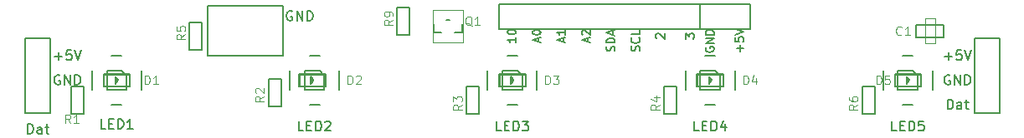
<source format=gto>
G04 #@! TF.GenerationSoftware,KiCad,Pcbnew,5.0.0-rc2-unknown-81af2db~65~ubuntu18.04.1*
G04 #@! TF.CreationDate,2018-05-29T11:42:29+02:00*
G04 #@! TF.ProjectId,universal_lights,756E6976657273616C5F6C6967687473,rev?*
G04 #@! TF.SameCoordinates,Original*
G04 #@! TF.FileFunction,Legend,Top*
G04 #@! TF.FilePolarity,Positive*
%FSLAX46Y46*%
G04 Gerber Fmt 4.6, Leading zero omitted, Abs format (unit mm)*
G04 Created by KiCad (PCBNEW 5.0.0-rc2-unknown-81af2db~65~ubuntu18.04.1) date Tue May 29 11:42:29 2018*
%MOMM*%
%LPD*%
G01*
G04 APERTURE LIST*
%ADD10C,0.200000*%
%ADD11C,0.066040*%
%ADD12C,0.127000*%
%ADD13C,0.100000*%
%ADD14C,0.101600*%
G04 APERTURE END LIST*
D10*
X77738095Y-136000000D02*
X77642857Y-135952380D01*
X77500000Y-135952380D01*
X77357142Y-136000000D01*
X77261904Y-136095238D01*
X77214285Y-136190476D01*
X77166666Y-136380952D01*
X77166666Y-136523809D01*
X77214285Y-136714285D01*
X77261904Y-136809523D01*
X77357142Y-136904761D01*
X77500000Y-136952380D01*
X77595238Y-136952380D01*
X77738095Y-136904761D01*
X77785714Y-136857142D01*
X77785714Y-136523809D01*
X77595238Y-136523809D01*
X78214285Y-136952380D02*
X78214285Y-135952380D01*
X78785714Y-136952380D01*
X78785714Y-135952380D01*
X79261904Y-136952380D02*
X79261904Y-135952380D01*
X79500000Y-135952380D01*
X79642857Y-136000000D01*
X79738095Y-136095238D01*
X79785714Y-136190476D01*
X79833333Y-136380952D01*
X79833333Y-136523809D01*
X79785714Y-136714285D01*
X79738095Y-136809523D01*
X79642857Y-136904761D01*
X79500000Y-136952380D01*
X79261904Y-136952380D01*
X119575000Y-139647619D02*
X119534523Y-139728571D01*
X119534523Y-139850000D01*
X119575000Y-139971428D01*
X119655952Y-140052380D01*
X119736904Y-140092857D01*
X119898809Y-140133333D01*
X120020238Y-140133333D01*
X120182142Y-140092857D01*
X120263095Y-140052380D01*
X120344047Y-139971428D01*
X120384523Y-139850000D01*
X120384523Y-139769047D01*
X120344047Y-139647619D01*
X120303571Y-139607142D01*
X120020238Y-139607142D01*
X120020238Y-139769047D01*
X120384523Y-139242857D02*
X119534523Y-139242857D01*
X120384523Y-138757142D01*
X119534523Y-138757142D01*
X120384523Y-138352380D02*
X119534523Y-138352380D01*
X119534523Y-138150000D01*
X119575000Y-138028571D01*
X119655952Y-137947619D01*
X119736904Y-137907142D01*
X119898809Y-137866666D01*
X120020238Y-137866666D01*
X120182142Y-137907142D01*
X120263095Y-137947619D01*
X120344047Y-138028571D01*
X120384523Y-138150000D01*
X120384523Y-138352380D01*
X123060714Y-140092857D02*
X123060714Y-139445238D01*
X123384523Y-139769047D02*
X122736904Y-139769047D01*
X122534523Y-138635714D02*
X122534523Y-139040476D01*
X122939285Y-139080952D01*
X122898809Y-139040476D01*
X122858333Y-138959523D01*
X122858333Y-138757142D01*
X122898809Y-138676190D01*
X122939285Y-138635714D01*
X123020238Y-138595238D01*
X123222619Y-138595238D01*
X123303571Y-138635714D01*
X123344047Y-138676190D01*
X123384523Y-138757142D01*
X123384523Y-138959523D01*
X123344047Y-139040476D01*
X123303571Y-139080952D01*
X122534523Y-138352380D02*
X123384523Y-138069047D01*
X122534523Y-137785714D01*
X143714285Y-140571428D02*
X144476190Y-140571428D01*
X144095238Y-140952380D02*
X144095238Y-140190476D01*
X145428571Y-139952380D02*
X144952380Y-139952380D01*
X144904761Y-140428571D01*
X144952380Y-140380952D01*
X145047619Y-140333333D01*
X145285714Y-140333333D01*
X145380952Y-140380952D01*
X145428571Y-140428571D01*
X145476190Y-140523809D01*
X145476190Y-140761904D01*
X145428571Y-140857142D01*
X145380952Y-140904761D01*
X145285714Y-140952380D01*
X145047619Y-140952380D01*
X144952380Y-140904761D01*
X144904761Y-140857142D01*
X145761904Y-139952380D02*
X146095238Y-140952380D01*
X146428571Y-139952380D01*
X117534523Y-138783333D02*
X117534523Y-138257142D01*
X117858333Y-138540476D01*
X117858333Y-138419047D01*
X117898809Y-138338095D01*
X117939285Y-138297619D01*
X118020238Y-138257142D01*
X118222619Y-138257142D01*
X118303571Y-138297619D01*
X118344047Y-138338095D01*
X118384523Y-138419047D01*
X118384523Y-138661904D01*
X118344047Y-138742857D01*
X118303571Y-138783333D01*
X114615476Y-138742857D02*
X114575000Y-138702380D01*
X114534523Y-138621428D01*
X114534523Y-138419047D01*
X114575000Y-138338095D01*
X114615476Y-138297619D01*
X114696428Y-138257142D01*
X114777380Y-138257142D01*
X114898809Y-138297619D01*
X115384523Y-138783333D01*
X115384523Y-138257142D01*
X112844047Y-140011904D02*
X112884523Y-139890476D01*
X112884523Y-139688095D01*
X112844047Y-139607142D01*
X112803571Y-139566666D01*
X112722619Y-139526190D01*
X112641666Y-139526190D01*
X112560714Y-139566666D01*
X112520238Y-139607142D01*
X112479761Y-139688095D01*
X112439285Y-139850000D01*
X112398809Y-139930952D01*
X112358333Y-139971428D01*
X112277380Y-140011904D01*
X112196428Y-140011904D01*
X112115476Y-139971428D01*
X112075000Y-139930952D01*
X112034523Y-139850000D01*
X112034523Y-139647619D01*
X112075000Y-139526190D01*
X112803571Y-138676190D02*
X112844047Y-138716666D01*
X112884523Y-138838095D01*
X112884523Y-138919047D01*
X112844047Y-139040476D01*
X112763095Y-139121428D01*
X112682142Y-139161904D01*
X112520238Y-139202380D01*
X112398809Y-139202380D01*
X112236904Y-139161904D01*
X112155952Y-139121428D01*
X112075000Y-139040476D01*
X112034523Y-138919047D01*
X112034523Y-138838095D01*
X112075000Y-138716666D01*
X112115476Y-138676190D01*
X112884523Y-137907142D02*
X112884523Y-138311904D01*
X112034523Y-138311904D01*
X110344047Y-140032142D02*
X110384523Y-139910714D01*
X110384523Y-139708333D01*
X110344047Y-139627380D01*
X110303571Y-139586904D01*
X110222619Y-139546428D01*
X110141666Y-139546428D01*
X110060714Y-139586904D01*
X110020238Y-139627380D01*
X109979761Y-139708333D01*
X109939285Y-139870238D01*
X109898809Y-139951190D01*
X109858333Y-139991666D01*
X109777380Y-140032142D01*
X109696428Y-140032142D01*
X109615476Y-139991666D01*
X109575000Y-139951190D01*
X109534523Y-139870238D01*
X109534523Y-139667857D01*
X109575000Y-139546428D01*
X110384523Y-139182142D02*
X109534523Y-139182142D01*
X109534523Y-138979761D01*
X109575000Y-138858333D01*
X109655952Y-138777380D01*
X109736904Y-138736904D01*
X109898809Y-138696428D01*
X110020238Y-138696428D01*
X110182142Y-138736904D01*
X110263095Y-138777380D01*
X110344047Y-138858333D01*
X110384523Y-138979761D01*
X110384523Y-139182142D01*
X110141666Y-138372619D02*
X110141666Y-137967857D01*
X110384523Y-138453571D02*
X109534523Y-138170238D01*
X110384523Y-137886904D01*
X107641666Y-139107142D02*
X107641666Y-138702380D01*
X107884523Y-139188095D02*
X107034523Y-138904761D01*
X107884523Y-138621428D01*
X107115476Y-138378571D02*
X107075000Y-138338095D01*
X107034523Y-138257142D01*
X107034523Y-138054761D01*
X107075000Y-137973809D01*
X107115476Y-137933333D01*
X107196428Y-137892857D01*
X107277380Y-137892857D01*
X107398809Y-137933333D01*
X107884523Y-138419047D01*
X107884523Y-137892857D01*
X105141666Y-139107142D02*
X105141666Y-138702380D01*
X105384523Y-139188095D02*
X104534523Y-138904761D01*
X105384523Y-138621428D01*
X105384523Y-137892857D02*
X105384523Y-138378571D01*
X105384523Y-138135714D02*
X104534523Y-138135714D01*
X104655952Y-138216666D01*
X104736904Y-138297619D01*
X104777380Y-138378571D01*
X102641666Y-139107142D02*
X102641666Y-138702380D01*
X102884523Y-139188095D02*
X102034523Y-138904761D01*
X102884523Y-138621428D01*
X102034523Y-138176190D02*
X102034523Y-138095238D01*
X102075000Y-138014285D01*
X102115476Y-137973809D01*
X102196428Y-137933333D01*
X102358333Y-137892857D01*
X102560714Y-137892857D01*
X102722619Y-137933333D01*
X102803571Y-137973809D01*
X102844047Y-138014285D01*
X102884523Y-138095238D01*
X102884523Y-138176190D01*
X102844047Y-138257142D01*
X102803571Y-138297619D01*
X102722619Y-138338095D01*
X102560714Y-138378571D01*
X102358333Y-138378571D01*
X102196428Y-138338095D01*
X102115476Y-138297619D01*
X102075000Y-138257142D01*
X102034523Y-138176190D01*
X100384523Y-138661904D02*
X100384523Y-139147619D01*
X100384523Y-138904761D02*
X99534523Y-138904761D01*
X99655952Y-138985714D01*
X99736904Y-139066666D01*
X99777380Y-139147619D01*
X99534523Y-138135714D02*
X99534523Y-138054761D01*
X99575000Y-137973809D01*
X99615476Y-137933333D01*
X99696428Y-137892857D01*
X99858333Y-137852380D01*
X100060714Y-137852380D01*
X100222619Y-137892857D01*
X100303571Y-137933333D01*
X100344047Y-137973809D01*
X100384523Y-138054761D01*
X100384523Y-138135714D01*
X100344047Y-138216666D01*
X100303571Y-138257142D01*
X100222619Y-138297619D01*
X100060714Y-138338095D01*
X99858333Y-138338095D01*
X99696428Y-138297619D01*
X99615476Y-138257142D01*
X99575000Y-138216666D01*
X99534523Y-138135714D01*
X51000000Y-148452380D02*
X51000000Y-147452380D01*
X51238095Y-147452380D01*
X51380952Y-147500000D01*
X51476190Y-147595238D01*
X51523809Y-147690476D01*
X51571428Y-147880952D01*
X51571428Y-148023809D01*
X51523809Y-148214285D01*
X51476190Y-148309523D01*
X51380952Y-148404761D01*
X51238095Y-148452380D01*
X51000000Y-148452380D01*
X52428571Y-148452380D02*
X52428571Y-147928571D01*
X52380952Y-147833333D01*
X52285714Y-147785714D01*
X52095238Y-147785714D01*
X52000000Y-147833333D01*
X52428571Y-148404761D02*
X52333333Y-148452380D01*
X52095238Y-148452380D01*
X52000000Y-148404761D01*
X51952380Y-148309523D01*
X51952380Y-148214285D01*
X52000000Y-148119047D01*
X52095238Y-148071428D01*
X52333333Y-148071428D01*
X52428571Y-148023809D01*
X52761904Y-147785714D02*
X53142857Y-147785714D01*
X52904761Y-147452380D02*
X52904761Y-148309523D01*
X52952380Y-148404761D01*
X53047619Y-148452380D01*
X53142857Y-148452380D01*
X54238095Y-142500000D02*
X54142857Y-142452380D01*
X54000000Y-142452380D01*
X53857142Y-142500000D01*
X53761904Y-142595238D01*
X53714285Y-142690476D01*
X53666666Y-142880952D01*
X53666666Y-143023809D01*
X53714285Y-143214285D01*
X53761904Y-143309523D01*
X53857142Y-143404761D01*
X54000000Y-143452380D01*
X54095238Y-143452380D01*
X54238095Y-143404761D01*
X54285714Y-143357142D01*
X54285714Y-143023809D01*
X54095238Y-143023809D01*
X54714285Y-143452380D02*
X54714285Y-142452380D01*
X55285714Y-143452380D01*
X55285714Y-142452380D01*
X55761904Y-143452380D02*
X55761904Y-142452380D01*
X56000000Y-142452380D01*
X56142857Y-142500000D01*
X56238095Y-142595238D01*
X56285714Y-142690476D01*
X56333333Y-142880952D01*
X56333333Y-143023809D01*
X56285714Y-143214285D01*
X56238095Y-143309523D01*
X56142857Y-143404761D01*
X56000000Y-143452380D01*
X55761904Y-143452380D01*
X53714285Y-140571428D02*
X54476190Y-140571428D01*
X54095238Y-140952380D02*
X54095238Y-140190476D01*
X55428571Y-139952380D02*
X54952380Y-139952380D01*
X54904761Y-140428571D01*
X54952380Y-140380952D01*
X55047619Y-140333333D01*
X55285714Y-140333333D01*
X55380952Y-140380952D01*
X55428571Y-140428571D01*
X55476190Y-140523809D01*
X55476190Y-140761904D01*
X55428571Y-140857142D01*
X55380952Y-140904761D01*
X55285714Y-140952380D01*
X55047619Y-140952380D01*
X54952380Y-140904761D01*
X54904761Y-140857142D01*
X55761904Y-139952380D02*
X56095238Y-140952380D01*
X56428571Y-139952380D01*
X144000000Y-145952380D02*
X144000000Y-144952380D01*
X144238095Y-144952380D01*
X144380952Y-145000000D01*
X144476190Y-145095238D01*
X144523809Y-145190476D01*
X144571428Y-145380952D01*
X144571428Y-145523809D01*
X144523809Y-145714285D01*
X144476190Y-145809523D01*
X144380952Y-145904761D01*
X144238095Y-145952380D01*
X144000000Y-145952380D01*
X145428571Y-145952380D02*
X145428571Y-145428571D01*
X145380952Y-145333333D01*
X145285714Y-145285714D01*
X145095238Y-145285714D01*
X145000000Y-145333333D01*
X145428571Y-145904761D02*
X145333333Y-145952380D01*
X145095238Y-145952380D01*
X145000000Y-145904761D01*
X144952380Y-145809523D01*
X144952380Y-145714285D01*
X145000000Y-145619047D01*
X145095238Y-145571428D01*
X145333333Y-145571428D01*
X145428571Y-145523809D01*
X145761904Y-145285714D02*
X146142857Y-145285714D01*
X145904761Y-144952380D02*
X145904761Y-145809523D01*
X145952380Y-145904761D01*
X146047619Y-145952380D01*
X146142857Y-145952380D01*
X144238095Y-142500000D02*
X144142857Y-142452380D01*
X144000000Y-142452380D01*
X143857142Y-142500000D01*
X143761904Y-142595238D01*
X143714285Y-142690476D01*
X143666666Y-142880952D01*
X143666666Y-143023809D01*
X143714285Y-143214285D01*
X143761904Y-143309523D01*
X143857142Y-143404761D01*
X144000000Y-143452380D01*
X144095238Y-143452380D01*
X144238095Y-143404761D01*
X144285714Y-143357142D01*
X144285714Y-143023809D01*
X144095238Y-143023809D01*
X144714285Y-143452380D02*
X144714285Y-142452380D01*
X145285714Y-143452380D01*
X145285714Y-142452380D01*
X145761904Y-143452380D02*
X145761904Y-142452380D01*
X146000000Y-142452380D01*
X146142857Y-142500000D01*
X146238095Y-142595238D01*
X146285714Y-142690476D01*
X146333333Y-142880952D01*
X146333333Y-143023809D01*
X146285714Y-143214285D01*
X146238095Y-143309523D01*
X146142857Y-143404761D01*
X146000000Y-143452380D01*
X145761904Y-143452380D01*
D11*
G04 #@! TO.C,Q1*
X95024000Y-135849000D02*
X91976000Y-135849000D01*
X91976000Y-135849000D02*
X91976000Y-139151000D01*
X95024000Y-139151000D02*
X91976000Y-139151000D01*
X95024000Y-135849000D02*
X95024000Y-139151000D01*
D12*
X93690500Y-136865000D02*
X93309500Y-136865000D01*
X92039500Y-137246000D02*
X92039500Y-138135000D01*
X92039500Y-138135000D02*
X92801500Y-138135000D01*
X94198500Y-138135000D02*
X94960500Y-138135000D01*
X94960500Y-138135000D02*
X94960500Y-137246000D01*
G04 #@! TO.C,R5*
X68635000Y-137103000D02*
X68635000Y-139897000D01*
X68635000Y-139897000D02*
X67365000Y-139897000D01*
X67365000Y-139897000D02*
X67365000Y-137103000D01*
X67365000Y-137103000D02*
X68635000Y-137103000D01*
D11*
G04 #@! TO.C,D1*
X58730000Y-143571500D02*
X61270000Y-143571500D01*
X61270000Y-143571500D02*
X61270000Y-142428500D01*
X58730000Y-142428500D02*
X61270000Y-142428500D01*
X58730000Y-143571500D02*
X58730000Y-142428500D01*
D12*
X58666500Y-142365000D02*
X61333500Y-142365000D01*
X61333500Y-142365000D02*
X61333500Y-143635000D01*
X61333500Y-143635000D02*
X58666500Y-143635000D01*
X58666500Y-143635000D02*
X58666500Y-142365000D01*
X59873000Y-142619000D02*
X59873000Y-143381000D01*
X59873000Y-143381000D02*
X60000000Y-143190500D01*
X60000000Y-143190500D02*
X60127000Y-143000000D01*
X60127000Y-143000000D02*
X60000000Y-142809500D01*
X60000000Y-142809500D02*
X59873000Y-142619000D01*
X59936500Y-142746000D02*
X59936500Y-143254000D01*
X60000000Y-142809500D02*
X60000000Y-143190500D01*
D11*
G04 #@! TO.C,D2*
X78492000Y-143571500D02*
X81032000Y-143571500D01*
X81032000Y-143571500D02*
X81032000Y-142428500D01*
X78492000Y-142428500D02*
X81032000Y-142428500D01*
X78492000Y-143571500D02*
X78492000Y-142428500D01*
D12*
X78428500Y-142365000D02*
X81095500Y-142365000D01*
X81095500Y-142365000D02*
X81095500Y-143635000D01*
X81095500Y-143635000D02*
X78428500Y-143635000D01*
X78428500Y-143635000D02*
X78428500Y-142365000D01*
X79635000Y-142619000D02*
X79635000Y-143381000D01*
X79635000Y-143381000D02*
X79762000Y-143190500D01*
X79762000Y-143190500D02*
X79889000Y-143000000D01*
X79889000Y-143000000D02*
X79762000Y-142809500D01*
X79762000Y-142809500D02*
X79635000Y-142619000D01*
X79698500Y-142746000D02*
X79698500Y-143254000D01*
X79762000Y-142809500D02*
X79762000Y-143190500D01*
D11*
G04 #@! TO.C,D3*
X98730000Y-143571500D02*
X101270000Y-143571500D01*
X101270000Y-143571500D02*
X101270000Y-142428500D01*
X98730000Y-142428500D02*
X101270000Y-142428500D01*
X98730000Y-143571500D02*
X98730000Y-142428500D01*
D12*
X98666500Y-142365000D02*
X101333500Y-142365000D01*
X101333500Y-142365000D02*
X101333500Y-143635000D01*
X101333500Y-143635000D02*
X98666500Y-143635000D01*
X98666500Y-143635000D02*
X98666500Y-142365000D01*
X99873000Y-142619000D02*
X99873000Y-143381000D01*
X99873000Y-143381000D02*
X100000000Y-143190500D01*
X100000000Y-143190500D02*
X100127000Y-143000000D01*
X100127000Y-143000000D02*
X100000000Y-142809500D01*
X100000000Y-142809500D02*
X99873000Y-142619000D01*
X99936500Y-142746000D02*
X99936500Y-143254000D01*
X100000000Y-142809500D02*
X100000000Y-143190500D01*
D11*
G04 #@! TO.C,D4*
X118730000Y-143571500D02*
X121270000Y-143571500D01*
X121270000Y-143571500D02*
X121270000Y-142428500D01*
X118730000Y-142428500D02*
X121270000Y-142428500D01*
X118730000Y-143571500D02*
X118730000Y-142428500D01*
D12*
X118666500Y-142365000D02*
X121333500Y-142365000D01*
X121333500Y-142365000D02*
X121333500Y-143635000D01*
X121333500Y-143635000D02*
X118666500Y-143635000D01*
X118666500Y-143635000D02*
X118666500Y-142365000D01*
X119873000Y-142619000D02*
X119873000Y-143381000D01*
X119873000Y-143381000D02*
X120000000Y-143190500D01*
X120000000Y-143190500D02*
X120127000Y-143000000D01*
X120127000Y-143000000D02*
X120000000Y-142809500D01*
X120000000Y-142809500D02*
X119873000Y-142619000D01*
X119936500Y-142746000D02*
X119936500Y-143254000D01*
X120000000Y-142809500D02*
X120000000Y-143190500D01*
D11*
G04 #@! TO.C,D5*
X138730000Y-143571500D02*
X141270000Y-143571500D01*
X141270000Y-143571500D02*
X141270000Y-142428500D01*
X138730000Y-142428500D02*
X141270000Y-142428500D01*
X138730000Y-143571500D02*
X138730000Y-142428500D01*
D12*
X138666500Y-142365000D02*
X141333500Y-142365000D01*
X141333500Y-142365000D02*
X141333500Y-143635000D01*
X141333500Y-143635000D02*
X138666500Y-143635000D01*
X138666500Y-143635000D02*
X138666500Y-142365000D01*
X139873000Y-142619000D02*
X139873000Y-143381000D01*
X139873000Y-143381000D02*
X140000000Y-143190500D01*
X140000000Y-143190500D02*
X140127000Y-143000000D01*
X140127000Y-143000000D02*
X140000000Y-142809500D01*
X140000000Y-142809500D02*
X139873000Y-142619000D01*
X139936500Y-142746000D02*
X139936500Y-143254000D01*
X140000000Y-142809500D02*
X140000000Y-143190500D01*
D11*
G04 #@! TO.C,J1*
X50730000Y-146310000D02*
X53270000Y-146310000D01*
X53270000Y-146310000D02*
X53270000Y-138690000D01*
X50730000Y-138690000D02*
X53270000Y-138690000D01*
X50730000Y-146310000D02*
X50730000Y-138690000D01*
D12*
X50730000Y-138690000D02*
X53270000Y-138690000D01*
X53270000Y-138690000D02*
X53270000Y-146310000D01*
X53270000Y-146310000D02*
X50730000Y-146310000D01*
X50730000Y-146310000D02*
X50730000Y-138690000D01*
D13*
X50730000Y-138690000D02*
X53270000Y-138690000D01*
X53270000Y-138690000D02*
X53270000Y-146310000D01*
X53270000Y-146310000D02*
X50730000Y-146310000D01*
X50730000Y-146310000D02*
X50730000Y-138690000D01*
D11*
G04 #@! TO.C,J2*
X146730000Y-146310000D02*
X149270000Y-146310000D01*
X149270000Y-146310000D02*
X149270000Y-138690000D01*
X146730000Y-138690000D02*
X149270000Y-138690000D01*
X146730000Y-146310000D02*
X146730000Y-138690000D01*
D12*
X146730000Y-138690000D02*
X149270000Y-138690000D01*
X149270000Y-138690000D02*
X149270000Y-146310000D01*
X149270000Y-146310000D02*
X146730000Y-146310000D01*
X146730000Y-146310000D02*
X146730000Y-138690000D01*
D13*
X146730000Y-138690000D02*
X149270000Y-138690000D01*
X149270000Y-138690000D02*
X149270000Y-146310000D01*
X149270000Y-146310000D02*
X146730000Y-146310000D01*
X146730000Y-146310000D02*
X146730000Y-138690000D01*
D11*
G04 #@! TO.C,J3*
X76810000Y-140540000D02*
X76810000Y-135460000D01*
X76810000Y-135460000D02*
X69190000Y-135460000D01*
X69190000Y-140540000D02*
X69190000Y-135460000D01*
X76810000Y-140540000D02*
X69190000Y-140540000D01*
D12*
X69190000Y-140540000D02*
X69190000Y-135460000D01*
X69190000Y-135460000D02*
X76810000Y-135460000D01*
X76810000Y-135460000D02*
X76810000Y-140540000D01*
X76810000Y-140540000D02*
X69190000Y-140540000D01*
D13*
X69190000Y-140540000D02*
X69190000Y-135460000D01*
X69190000Y-135460000D02*
X76810000Y-135460000D01*
X76810000Y-135460000D02*
X76810000Y-140540000D01*
X76810000Y-140540000D02*
X69190000Y-140540000D01*
D12*
G04 #@! TO.C,R1*
X55365000Y-146397000D02*
X55365000Y-143603000D01*
X55365000Y-143603000D02*
X56635000Y-143603000D01*
X56635000Y-143603000D02*
X56635000Y-146397000D01*
X56635000Y-146397000D02*
X55365000Y-146397000D01*
G04 #@! TO.C,R2*
X75365000Y-145635000D02*
X75365000Y-142841000D01*
X75365000Y-142841000D02*
X76635000Y-142841000D01*
X76635000Y-142841000D02*
X76635000Y-145635000D01*
X76635000Y-145635000D02*
X75365000Y-145635000D01*
G04 #@! TO.C,R3*
X95365000Y-146397000D02*
X95365000Y-143603000D01*
X95365000Y-143603000D02*
X96635000Y-143603000D01*
X96635000Y-143603000D02*
X96635000Y-146397000D01*
X96635000Y-146397000D02*
X95365000Y-146397000D01*
G04 #@! TO.C,R4*
X115365000Y-146397000D02*
X115365000Y-143603000D01*
X115365000Y-143603000D02*
X116635000Y-143603000D01*
X116635000Y-143603000D02*
X116635000Y-146397000D01*
X116635000Y-146397000D02*
X115365000Y-146397000D01*
G04 #@! TO.C,R6*
X135365000Y-146397000D02*
X135365000Y-143603000D01*
X135365000Y-143603000D02*
X136635000Y-143603000D01*
X136635000Y-143603000D02*
X136635000Y-146397000D01*
X136635000Y-146397000D02*
X135365000Y-146397000D01*
G04 #@! TO.C,R9*
X89635000Y-135603000D02*
X89635000Y-138397000D01*
X89635000Y-138397000D02*
X88365000Y-138397000D01*
X88365000Y-138397000D02*
X88365000Y-135603000D01*
X88365000Y-135603000D02*
X89635000Y-135603000D01*
D10*
G04 #@! TO.C,LED1*
X61000000Y-144000000D02*
X59000000Y-144000000D01*
X59000000Y-144000000D02*
X59000000Y-142000000D01*
X59000000Y-142000000D02*
X60500000Y-142000000D01*
X60500000Y-142000000D02*
X61000000Y-142500000D01*
X61000000Y-142500000D02*
X61000000Y-144000000D01*
X62500000Y-144000000D02*
X62500000Y-142000000D01*
X60500000Y-140500000D02*
X59500000Y-140500000D01*
X57500000Y-144000000D02*
X57500000Y-142000000D01*
X60500000Y-145500000D02*
X59500000Y-145500000D01*
G04 #@! TO.C,LED2*
X81000000Y-144000000D02*
X79000000Y-144000000D01*
X79000000Y-144000000D02*
X79000000Y-142000000D01*
X79000000Y-142000000D02*
X80500000Y-142000000D01*
X80500000Y-142000000D02*
X81000000Y-142500000D01*
X81000000Y-142500000D02*
X81000000Y-144000000D01*
X82500000Y-144000000D02*
X82500000Y-142000000D01*
X80500000Y-140500000D02*
X79500000Y-140500000D01*
X77500000Y-144000000D02*
X77500000Y-142000000D01*
X80500000Y-145500000D02*
X79500000Y-145500000D01*
G04 #@! TO.C,LED3*
X101000000Y-144000000D02*
X99000000Y-144000000D01*
X99000000Y-144000000D02*
X99000000Y-142000000D01*
X99000000Y-142000000D02*
X100500000Y-142000000D01*
X100500000Y-142000000D02*
X101000000Y-142500000D01*
X101000000Y-142500000D02*
X101000000Y-144000000D01*
X102500000Y-144000000D02*
X102500000Y-142000000D01*
X100500000Y-140500000D02*
X99500000Y-140500000D01*
X97500000Y-144000000D02*
X97500000Y-142000000D01*
X100500000Y-145500000D02*
X99500000Y-145500000D01*
G04 #@! TO.C,LED4*
X121000000Y-144000000D02*
X119000000Y-144000000D01*
X119000000Y-144000000D02*
X119000000Y-142000000D01*
X119000000Y-142000000D02*
X120500000Y-142000000D01*
X120500000Y-142000000D02*
X121000000Y-142500000D01*
X121000000Y-142500000D02*
X121000000Y-144000000D01*
X122500000Y-144000000D02*
X122500000Y-142000000D01*
X120500000Y-140500000D02*
X119500000Y-140500000D01*
X117500000Y-144000000D02*
X117500000Y-142000000D01*
X120500000Y-145500000D02*
X119500000Y-145500000D01*
G04 #@! TO.C,LED5*
X141000000Y-144000000D02*
X139000000Y-144000000D01*
X139000000Y-144000000D02*
X139000000Y-142000000D01*
X139000000Y-142000000D02*
X140500000Y-142000000D01*
X140500000Y-142000000D02*
X141000000Y-142500000D01*
X141000000Y-142500000D02*
X141000000Y-144000000D01*
X142500000Y-144000000D02*
X142500000Y-142000000D01*
X140500000Y-140500000D02*
X139500000Y-140500000D01*
X137500000Y-144000000D02*
X137500000Y-142000000D01*
X140500000Y-145500000D02*
X139500000Y-145500000D01*
D11*
G04 #@! TO.C,J4*
X118970000Y-137770000D02*
X118970000Y-135230000D01*
X118970000Y-135230000D02*
X98650000Y-135230000D01*
X98650000Y-137770000D02*
X98650000Y-135230000D01*
X118970000Y-137770000D02*
X98650000Y-137770000D01*
D12*
X98650000Y-137770000D02*
X98650000Y-135230000D01*
X98650000Y-135230000D02*
X118970000Y-135230000D01*
X118970000Y-135230000D02*
X118970000Y-137770000D01*
X118970000Y-137770000D02*
X98650000Y-137770000D01*
D11*
G04 #@! TO.C,J5*
X118960000Y-135230000D02*
X118960000Y-137770000D01*
X118960000Y-137770000D02*
X124040000Y-137770000D01*
X124040000Y-135230000D02*
X124040000Y-137770000D01*
X118960000Y-135230000D02*
X124040000Y-135230000D01*
D12*
X124040000Y-135230000D02*
X124040000Y-137770000D01*
X124040000Y-137770000D02*
X118960000Y-137770000D01*
X118960000Y-137770000D02*
X118960000Y-135230000D01*
X118960000Y-135230000D02*
X124040000Y-135230000D01*
D13*
X124040000Y-135230000D02*
X124040000Y-137770000D01*
X124040000Y-137770000D02*
X118960000Y-137770000D01*
X118960000Y-135230000D02*
X124040000Y-135230000D01*
D11*
G04 #@! TO.C,C1*
X141754000Y-136730000D02*
X141754000Y-139270000D01*
X141754000Y-139270000D02*
X142770000Y-139270000D01*
X142770000Y-136730000D02*
X142770000Y-139270000D01*
X141754000Y-136730000D02*
X142770000Y-136730000D01*
D12*
X143659000Y-138635000D02*
X140865000Y-138635000D01*
X140865000Y-138635000D02*
X140865000Y-137365000D01*
X140865000Y-137365000D02*
X143659000Y-137365000D01*
X143659000Y-137365000D02*
X143659000Y-138635000D01*
G04 #@! TO.C,Q1*
D14*
X95915333Y-137486833D02*
X95830666Y-137444500D01*
X95746000Y-137359833D01*
X95619000Y-137232833D01*
X95534333Y-137190500D01*
X95449666Y-137190500D01*
X95492000Y-137402166D02*
X95407333Y-137359833D01*
X95322666Y-137275166D01*
X95280333Y-137105833D01*
X95280333Y-136809500D01*
X95322666Y-136640166D01*
X95407333Y-136555500D01*
X95492000Y-136513166D01*
X95661333Y-136513166D01*
X95746000Y-136555500D01*
X95830666Y-136640166D01*
X95873000Y-136809500D01*
X95873000Y-137105833D01*
X95830666Y-137275166D01*
X95746000Y-137359833D01*
X95661333Y-137402166D01*
X95492000Y-137402166D01*
X96719666Y-137402166D02*
X96211666Y-137402166D01*
X96465666Y-137402166D02*
X96465666Y-136513166D01*
X96381000Y-136640166D01*
X96296333Y-136724833D01*
X96211666Y-136767166D01*
G04 #@! TO.C,R5*
X66941666Y-138330666D02*
X66518333Y-138627000D01*
X66941666Y-138838666D02*
X66052666Y-138838666D01*
X66052666Y-138500000D01*
X66095000Y-138415333D01*
X66137333Y-138373000D01*
X66222000Y-138330666D01*
X66349000Y-138330666D01*
X66433666Y-138373000D01*
X66476000Y-138415333D01*
X66518333Y-138500000D01*
X66518333Y-138838666D01*
X66052666Y-137526333D02*
X66052666Y-137949666D01*
X66476000Y-137992000D01*
X66433666Y-137949666D01*
X66391333Y-137865000D01*
X66391333Y-137653333D01*
X66433666Y-137568666D01*
X66476000Y-137526333D01*
X66560666Y-137484000D01*
X66772333Y-137484000D01*
X66857000Y-137526333D01*
X66899333Y-137568666D01*
X66941666Y-137653333D01*
X66941666Y-137865000D01*
X66899333Y-137949666D01*
X66857000Y-137992000D01*
G04 #@! TO.C,D1*
X62843833Y-143402166D02*
X62843833Y-142513166D01*
X63055500Y-142513166D01*
X63182500Y-142555500D01*
X63267166Y-142640166D01*
X63309500Y-142724833D01*
X63351833Y-142894166D01*
X63351833Y-143021166D01*
X63309500Y-143190500D01*
X63267166Y-143275166D01*
X63182500Y-143359833D01*
X63055500Y-143402166D01*
X62843833Y-143402166D01*
X64198500Y-143402166D02*
X63690500Y-143402166D01*
X63944500Y-143402166D02*
X63944500Y-142513166D01*
X63859833Y-142640166D01*
X63775166Y-142724833D01*
X63690500Y-142767166D01*
G04 #@! TO.C,D2*
X83343833Y-143402166D02*
X83343833Y-142513166D01*
X83555500Y-142513166D01*
X83682500Y-142555500D01*
X83767166Y-142640166D01*
X83809500Y-142724833D01*
X83851833Y-142894166D01*
X83851833Y-143021166D01*
X83809500Y-143190500D01*
X83767166Y-143275166D01*
X83682500Y-143359833D01*
X83555500Y-143402166D01*
X83343833Y-143402166D01*
X84190500Y-142597833D02*
X84232833Y-142555500D01*
X84317500Y-142513166D01*
X84529166Y-142513166D01*
X84613833Y-142555500D01*
X84656166Y-142597833D01*
X84698500Y-142682500D01*
X84698500Y-142767166D01*
X84656166Y-142894166D01*
X84148166Y-143402166D01*
X84698500Y-143402166D01*
G04 #@! TO.C,D3*
X103343833Y-143402166D02*
X103343833Y-142513166D01*
X103555500Y-142513166D01*
X103682500Y-142555500D01*
X103767166Y-142640166D01*
X103809500Y-142724833D01*
X103851833Y-142894166D01*
X103851833Y-143021166D01*
X103809500Y-143190500D01*
X103767166Y-143275166D01*
X103682500Y-143359833D01*
X103555500Y-143402166D01*
X103343833Y-143402166D01*
X104148166Y-142513166D02*
X104698500Y-142513166D01*
X104402166Y-142851833D01*
X104529166Y-142851833D01*
X104613833Y-142894166D01*
X104656166Y-142936500D01*
X104698500Y-143021166D01*
X104698500Y-143232833D01*
X104656166Y-143317500D01*
X104613833Y-143359833D01*
X104529166Y-143402166D01*
X104275166Y-143402166D01*
X104190500Y-143359833D01*
X104148166Y-143317500D01*
G04 #@! TO.C,D4*
X123343833Y-143402166D02*
X123343833Y-142513166D01*
X123555500Y-142513166D01*
X123682500Y-142555500D01*
X123767166Y-142640166D01*
X123809500Y-142724833D01*
X123851833Y-142894166D01*
X123851833Y-143021166D01*
X123809500Y-143190500D01*
X123767166Y-143275166D01*
X123682500Y-143359833D01*
X123555500Y-143402166D01*
X123343833Y-143402166D01*
X124613833Y-142809500D02*
X124613833Y-143402166D01*
X124402166Y-142470833D02*
X124190500Y-143105833D01*
X124740833Y-143105833D01*
G04 #@! TO.C,D5*
X136843833Y-143402166D02*
X136843833Y-142513166D01*
X137055500Y-142513166D01*
X137182500Y-142555500D01*
X137267166Y-142640166D01*
X137309500Y-142724833D01*
X137351833Y-142894166D01*
X137351833Y-143021166D01*
X137309500Y-143190500D01*
X137267166Y-143275166D01*
X137182500Y-143359833D01*
X137055500Y-143402166D01*
X136843833Y-143402166D01*
X138156166Y-142513166D02*
X137732833Y-142513166D01*
X137690500Y-142936500D01*
X137732833Y-142894166D01*
X137817500Y-142851833D01*
X138029166Y-142851833D01*
X138113833Y-142894166D01*
X138156166Y-142936500D01*
X138198500Y-143021166D01*
X138198500Y-143232833D01*
X138156166Y-143317500D01*
X138113833Y-143359833D01*
X138029166Y-143402166D01*
X137817500Y-143402166D01*
X137732833Y-143359833D01*
X137690500Y-143317500D01*
G04 #@! TO.C,R1*
X55351833Y-147402166D02*
X55055500Y-146978833D01*
X54843833Y-147402166D02*
X54843833Y-146513166D01*
X55182500Y-146513166D01*
X55267166Y-146555500D01*
X55309500Y-146597833D01*
X55351833Y-146682500D01*
X55351833Y-146809500D01*
X55309500Y-146894166D01*
X55267166Y-146936500D01*
X55182500Y-146978833D01*
X54843833Y-146978833D01*
X56198500Y-147402166D02*
X55690500Y-147402166D01*
X55944500Y-147402166D02*
X55944500Y-146513166D01*
X55859833Y-146640166D01*
X55775166Y-146724833D01*
X55690500Y-146767166D01*
G04 #@! TO.C,R2*
X74902166Y-144648166D02*
X74478833Y-144944500D01*
X74902166Y-145156166D02*
X74013166Y-145156166D01*
X74013166Y-144817500D01*
X74055500Y-144732833D01*
X74097833Y-144690500D01*
X74182500Y-144648166D01*
X74309500Y-144648166D01*
X74394166Y-144690500D01*
X74436500Y-144732833D01*
X74478833Y-144817500D01*
X74478833Y-145156166D01*
X74097833Y-144309500D02*
X74055500Y-144267166D01*
X74013166Y-144182500D01*
X74013166Y-143970833D01*
X74055500Y-143886166D01*
X74097833Y-143843833D01*
X74182500Y-143801500D01*
X74267166Y-143801500D01*
X74394166Y-143843833D01*
X74902166Y-144351833D01*
X74902166Y-143801500D01*
G04 #@! TO.C,R3*
X94902166Y-145465666D02*
X94478833Y-145762000D01*
X94902166Y-145973666D02*
X94013166Y-145973666D01*
X94013166Y-145635000D01*
X94055500Y-145550333D01*
X94097833Y-145508000D01*
X94182500Y-145465666D01*
X94309500Y-145465666D01*
X94394166Y-145508000D01*
X94436500Y-145550333D01*
X94478833Y-145635000D01*
X94478833Y-145973666D01*
X94013166Y-145169333D02*
X94013166Y-144619000D01*
X94351833Y-144915333D01*
X94351833Y-144788333D01*
X94394166Y-144703666D01*
X94436500Y-144661333D01*
X94521166Y-144619000D01*
X94732833Y-144619000D01*
X94817500Y-144661333D01*
X94859833Y-144703666D01*
X94902166Y-144788333D01*
X94902166Y-145042333D01*
X94859833Y-145127000D01*
X94817500Y-145169333D01*
G04 #@! TO.C,R4*
X114902166Y-145465666D02*
X114478833Y-145762000D01*
X114902166Y-145973666D02*
X114013166Y-145973666D01*
X114013166Y-145635000D01*
X114055500Y-145550333D01*
X114097833Y-145508000D01*
X114182500Y-145465666D01*
X114309500Y-145465666D01*
X114394166Y-145508000D01*
X114436500Y-145550333D01*
X114478833Y-145635000D01*
X114478833Y-145973666D01*
X114309500Y-144703666D02*
X114902166Y-144703666D01*
X113970833Y-144915333D02*
X114605833Y-145127000D01*
X114605833Y-144576666D01*
G04 #@! TO.C,R6*
X134902166Y-145465666D02*
X134478833Y-145762000D01*
X134902166Y-145973666D02*
X134013166Y-145973666D01*
X134013166Y-145635000D01*
X134055500Y-145550333D01*
X134097833Y-145508000D01*
X134182500Y-145465666D01*
X134309500Y-145465666D01*
X134394166Y-145508000D01*
X134436500Y-145550333D01*
X134478833Y-145635000D01*
X134478833Y-145973666D01*
X134013166Y-144703666D02*
X134013166Y-144873000D01*
X134055500Y-144957666D01*
X134097833Y-145000000D01*
X134224833Y-145084666D01*
X134394166Y-145127000D01*
X134732833Y-145127000D01*
X134817500Y-145084666D01*
X134859833Y-145042333D01*
X134902166Y-144957666D01*
X134902166Y-144788333D01*
X134859833Y-144703666D01*
X134817500Y-144661333D01*
X134732833Y-144619000D01*
X134521166Y-144619000D01*
X134436500Y-144661333D01*
X134394166Y-144703666D01*
X134351833Y-144788333D01*
X134351833Y-144957666D01*
X134394166Y-145042333D01*
X134436500Y-145084666D01*
X134521166Y-145127000D01*
G04 #@! TO.C,R9*
X87941666Y-136830666D02*
X87518333Y-137127000D01*
X87941666Y-137338666D02*
X87052666Y-137338666D01*
X87052666Y-137000000D01*
X87095000Y-136915333D01*
X87137333Y-136873000D01*
X87222000Y-136830666D01*
X87349000Y-136830666D01*
X87433666Y-136873000D01*
X87476000Y-136915333D01*
X87518333Y-137000000D01*
X87518333Y-137338666D01*
X87941666Y-136407333D02*
X87941666Y-136238000D01*
X87899333Y-136153333D01*
X87857000Y-136111000D01*
X87730000Y-136026333D01*
X87560666Y-135984000D01*
X87222000Y-135984000D01*
X87137333Y-136026333D01*
X87095000Y-136068666D01*
X87052666Y-136153333D01*
X87052666Y-136322666D01*
X87095000Y-136407333D01*
X87137333Y-136449666D01*
X87222000Y-136492000D01*
X87433666Y-136492000D01*
X87518333Y-136449666D01*
X87560666Y-136407333D01*
X87603000Y-136322666D01*
X87603000Y-136153333D01*
X87560666Y-136068666D01*
X87518333Y-136026333D01*
X87433666Y-135984000D01*
G04 #@! TO.C,LED1*
D10*
X58880952Y-147952380D02*
X58404761Y-147952380D01*
X58404761Y-146952380D01*
X59214285Y-147428571D02*
X59547619Y-147428571D01*
X59690476Y-147952380D02*
X59214285Y-147952380D01*
X59214285Y-146952380D01*
X59690476Y-146952380D01*
X60119047Y-147952380D02*
X60119047Y-146952380D01*
X60357142Y-146952380D01*
X60500000Y-147000000D01*
X60595238Y-147095238D01*
X60642857Y-147190476D01*
X60690476Y-147380952D01*
X60690476Y-147523809D01*
X60642857Y-147714285D01*
X60595238Y-147809523D01*
X60500000Y-147904761D01*
X60357142Y-147952380D01*
X60119047Y-147952380D01*
X61642857Y-147952380D02*
X61071428Y-147952380D01*
X61357142Y-147952380D02*
X61357142Y-146952380D01*
X61261904Y-147095238D01*
X61166666Y-147190476D01*
X61071428Y-147238095D01*
G04 #@! TO.C,LED2*
X78880952Y-148152380D02*
X78404761Y-148152380D01*
X78404761Y-147152380D01*
X79214285Y-147628571D02*
X79547619Y-147628571D01*
X79690476Y-148152380D02*
X79214285Y-148152380D01*
X79214285Y-147152380D01*
X79690476Y-147152380D01*
X80119047Y-148152380D02*
X80119047Y-147152380D01*
X80357142Y-147152380D01*
X80500000Y-147200000D01*
X80595238Y-147295238D01*
X80642857Y-147390476D01*
X80690476Y-147580952D01*
X80690476Y-147723809D01*
X80642857Y-147914285D01*
X80595238Y-148009523D01*
X80500000Y-148104761D01*
X80357142Y-148152380D01*
X80119047Y-148152380D01*
X81071428Y-147247619D02*
X81119047Y-147200000D01*
X81214285Y-147152380D01*
X81452380Y-147152380D01*
X81547619Y-147200000D01*
X81595238Y-147247619D01*
X81642857Y-147342857D01*
X81642857Y-147438095D01*
X81595238Y-147580952D01*
X81023809Y-148152380D01*
X81642857Y-148152380D01*
G04 #@! TO.C,LED3*
X98880952Y-148152380D02*
X98404761Y-148152380D01*
X98404761Y-147152380D01*
X99214285Y-147628571D02*
X99547619Y-147628571D01*
X99690476Y-148152380D02*
X99214285Y-148152380D01*
X99214285Y-147152380D01*
X99690476Y-147152380D01*
X100119047Y-148152380D02*
X100119047Y-147152380D01*
X100357142Y-147152380D01*
X100500000Y-147200000D01*
X100595238Y-147295238D01*
X100642857Y-147390476D01*
X100690476Y-147580952D01*
X100690476Y-147723809D01*
X100642857Y-147914285D01*
X100595238Y-148009523D01*
X100500000Y-148104761D01*
X100357142Y-148152380D01*
X100119047Y-148152380D01*
X101023809Y-147152380D02*
X101642857Y-147152380D01*
X101309523Y-147533333D01*
X101452380Y-147533333D01*
X101547619Y-147580952D01*
X101595238Y-147628571D01*
X101642857Y-147723809D01*
X101642857Y-147961904D01*
X101595238Y-148057142D01*
X101547619Y-148104761D01*
X101452380Y-148152380D01*
X101166666Y-148152380D01*
X101071428Y-148104761D01*
X101023809Y-148057142D01*
G04 #@! TO.C,LED4*
X118880952Y-148152380D02*
X118404761Y-148152380D01*
X118404761Y-147152380D01*
X119214285Y-147628571D02*
X119547619Y-147628571D01*
X119690476Y-148152380D02*
X119214285Y-148152380D01*
X119214285Y-147152380D01*
X119690476Y-147152380D01*
X120119047Y-148152380D02*
X120119047Y-147152380D01*
X120357142Y-147152380D01*
X120500000Y-147200000D01*
X120595238Y-147295238D01*
X120642857Y-147390476D01*
X120690476Y-147580952D01*
X120690476Y-147723809D01*
X120642857Y-147914285D01*
X120595238Y-148009523D01*
X120500000Y-148104761D01*
X120357142Y-148152380D01*
X120119047Y-148152380D01*
X121547619Y-147485714D02*
X121547619Y-148152380D01*
X121309523Y-147104761D02*
X121071428Y-147819047D01*
X121690476Y-147819047D01*
G04 #@! TO.C,LED5*
X138880952Y-148152380D02*
X138404761Y-148152380D01*
X138404761Y-147152380D01*
X139214285Y-147628571D02*
X139547619Y-147628571D01*
X139690476Y-148152380D02*
X139214285Y-148152380D01*
X139214285Y-147152380D01*
X139690476Y-147152380D01*
X140119047Y-148152380D02*
X140119047Y-147152380D01*
X140357142Y-147152380D01*
X140500000Y-147200000D01*
X140595238Y-147295238D01*
X140642857Y-147390476D01*
X140690476Y-147580952D01*
X140690476Y-147723809D01*
X140642857Y-147914285D01*
X140595238Y-148009523D01*
X140500000Y-148104761D01*
X140357142Y-148152380D01*
X140119047Y-148152380D01*
X141595238Y-147152380D02*
X141119047Y-147152380D01*
X141071428Y-147628571D01*
X141119047Y-147580952D01*
X141214285Y-147533333D01*
X141452380Y-147533333D01*
X141547619Y-147580952D01*
X141595238Y-147628571D01*
X141642857Y-147723809D01*
X141642857Y-147961904D01*
X141595238Y-148057142D01*
X141547619Y-148104761D01*
X141452380Y-148152380D01*
X141214285Y-148152380D01*
X141119047Y-148104761D01*
X141071428Y-148057142D01*
G04 #@! TO.C,C1*
D14*
X139351833Y-138317500D02*
X139309500Y-138359833D01*
X139182500Y-138402166D01*
X139097833Y-138402166D01*
X138970833Y-138359833D01*
X138886166Y-138275166D01*
X138843833Y-138190500D01*
X138801500Y-138021166D01*
X138801500Y-137894166D01*
X138843833Y-137724833D01*
X138886166Y-137640166D01*
X138970833Y-137555500D01*
X139097833Y-137513166D01*
X139182500Y-137513166D01*
X139309500Y-137555500D01*
X139351833Y-137597833D01*
X140198500Y-138402166D02*
X139690500Y-138402166D01*
X139944500Y-138402166D02*
X139944500Y-137513166D01*
X139859833Y-137640166D01*
X139775166Y-137724833D01*
X139690500Y-137767166D01*
G04 #@! TD*
M02*

</source>
